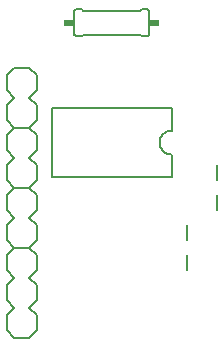
<source format=gto>
G75*
%MOIN*%
%OFA0B0*%
%FSLAX24Y24*%
%IPPOS*%
%LPD*%
%AMOC8*
5,1,8,0,0,1.08239X$1,22.5*
%
%ADD10C,0.0060*%
%ADD11C,0.0080*%
%ADD12R,0.0340X0.0240*%
D10*
X003850Y006200D02*
X003850Y008500D01*
X007850Y008500D01*
X007850Y007750D01*
X007811Y007748D01*
X007772Y007742D01*
X007734Y007733D01*
X007697Y007720D01*
X007661Y007703D01*
X007628Y007683D01*
X007596Y007659D01*
X007567Y007633D01*
X007541Y007604D01*
X007517Y007572D01*
X007497Y007539D01*
X007480Y007503D01*
X007467Y007466D01*
X007458Y007428D01*
X007452Y007389D01*
X007450Y007350D01*
X007452Y007311D01*
X007458Y007272D01*
X007467Y007234D01*
X007480Y007197D01*
X007497Y007161D01*
X007517Y007128D01*
X007541Y007096D01*
X007567Y007067D01*
X007596Y007041D01*
X007628Y007017D01*
X007661Y006997D01*
X007697Y006980D01*
X007734Y006967D01*
X007772Y006958D01*
X007811Y006952D01*
X007850Y006950D01*
X007850Y006200D01*
X003850Y006200D01*
X004700Y010900D02*
X004850Y010900D01*
X004900Y010950D01*
X006800Y010950D01*
X006850Y010900D01*
X007000Y010900D01*
X007017Y010902D01*
X007034Y010906D01*
X007050Y010913D01*
X007064Y010923D01*
X007077Y010936D01*
X007087Y010950D01*
X007094Y010966D01*
X007098Y010983D01*
X007100Y011000D01*
X007100Y011700D01*
X007098Y011717D01*
X007094Y011734D01*
X007087Y011750D01*
X007077Y011764D01*
X007064Y011777D01*
X007050Y011787D01*
X007034Y011794D01*
X007017Y011798D01*
X007000Y011800D01*
X006850Y011800D01*
X006800Y011750D01*
X004900Y011750D01*
X004850Y011800D01*
X004700Y011800D01*
X004683Y011798D01*
X004666Y011794D01*
X004650Y011787D01*
X004636Y011777D01*
X004623Y011764D01*
X004613Y011750D01*
X004606Y011734D01*
X004602Y011717D01*
X004600Y011700D01*
X004600Y011000D01*
X004602Y010983D01*
X004606Y010966D01*
X004613Y010950D01*
X004623Y010936D01*
X004636Y010923D01*
X004650Y010913D01*
X004666Y010906D01*
X004683Y010902D01*
X004700Y010900D01*
D11*
X002350Y001100D02*
X002600Y000850D01*
X003100Y000850D01*
X003350Y001100D01*
X003350Y001600D01*
X003100Y001850D01*
X003350Y002100D01*
X003350Y002600D01*
X003100Y002850D01*
X003350Y003100D01*
X003350Y003600D01*
X003100Y003850D01*
X002600Y003850D01*
X002350Y003600D01*
X002350Y003100D01*
X002600Y002850D01*
X002350Y002600D01*
X002350Y002100D01*
X002600Y001850D01*
X002350Y001600D01*
X002350Y001100D01*
X002600Y003850D02*
X002350Y004100D01*
X002350Y004600D01*
X002600Y004850D01*
X002350Y005100D01*
X002350Y005600D01*
X002600Y005850D01*
X003100Y005850D01*
X003350Y005600D01*
X003350Y005100D01*
X003100Y004850D01*
X003350Y004600D01*
X003350Y004100D01*
X003100Y003850D01*
X002600Y003850D01*
X002600Y005850D02*
X003100Y005850D01*
X003350Y006100D01*
X003350Y006600D01*
X003100Y006850D01*
X003350Y007100D01*
X003350Y007600D01*
X003100Y007850D01*
X002600Y007850D01*
X002350Y007600D01*
X002350Y007100D01*
X002600Y006850D01*
X002350Y006600D01*
X002350Y006100D01*
X002600Y005850D01*
X002600Y007850D02*
X003100Y007850D01*
X003350Y008100D01*
X003350Y008600D01*
X003100Y008850D01*
X003350Y009100D01*
X003350Y009600D01*
X003100Y009850D01*
X002600Y009850D01*
X002350Y009600D01*
X002350Y009100D01*
X002600Y008850D01*
X002350Y008600D01*
X002350Y008100D01*
X002600Y007850D01*
X008350Y004600D02*
X008350Y004100D01*
X008350Y003600D02*
X008350Y003100D01*
X009350Y005100D02*
X009350Y005600D01*
X009350Y006100D02*
X009350Y006600D01*
D12*
X007270Y011350D03*
X004430Y011350D03*
M02*

</source>
